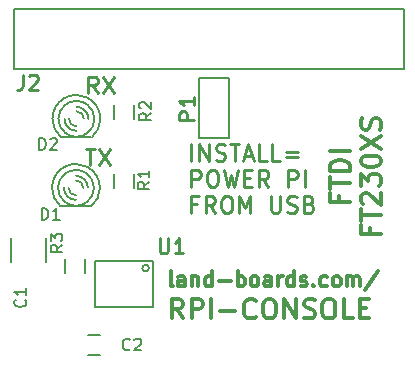
<source format=gto>
G04 #@! TF.FileFunction,Legend,Top*
%FSLAX46Y46*%
G04 Gerber Fmt 4.6, Leading zero omitted, Abs format (unit mm)*
G04 Created by KiCad (PCBNEW (after 2015-mar-04 BZR unknown)-product) date 10/20/2015 4:53:56 PM*
%MOMM*%
G01*
G04 APERTURE LIST*
%ADD10C,0.150000*%
%ADD11C,0.254000*%
%ADD12C,0.300000*%
%ADD13C,0.127000*%
%ADD14C,0.203200*%
%ADD15C,0.152400*%
G04 APERTURE END LIST*
D10*
D11*
X144663048Y-85424976D02*
X145461333Y-85424976D01*
X145062190Y-86821976D02*
X145062190Y-85424976D01*
X145793952Y-85424976D02*
X146725286Y-86821976D01*
X146725286Y-85424976D02*
X145793952Y-86821976D01*
X145680905Y-80721976D02*
X145215238Y-80056738D01*
X144882619Y-80721976D02*
X144882619Y-79324976D01*
X145414810Y-79324976D01*
X145547857Y-79391500D01*
X145614381Y-79458024D01*
X145680905Y-79591071D01*
X145680905Y-79790643D01*
X145614381Y-79923690D01*
X145547857Y-79990214D01*
X145414810Y-80056738D01*
X144882619Y-80056738D01*
X146146571Y-79324976D02*
X147077905Y-80721976D01*
X147077905Y-79324976D02*
X146146571Y-80721976D01*
D12*
X166152871Y-89432190D02*
X166152871Y-89982524D01*
X167017681Y-89982524D02*
X165366681Y-89982524D01*
X165366681Y-89196333D01*
X165366681Y-88803238D02*
X165366681Y-87859809D01*
X167017681Y-88331524D02*
X165366681Y-88331524D01*
X167017681Y-87309476D02*
X165366681Y-87309476D01*
X165366681Y-86916381D01*
X165445300Y-86680523D01*
X165602538Y-86523285D01*
X165759776Y-86444666D01*
X166074252Y-86366047D01*
X166310110Y-86366047D01*
X166624586Y-86444666D01*
X166781824Y-86523285D01*
X166939062Y-86680523D01*
X167017681Y-86916381D01*
X167017681Y-87309476D01*
X167017681Y-85658476D02*
X165366681Y-85658476D01*
X168764271Y-92144547D02*
X168764271Y-92694881D01*
X169629081Y-92694881D02*
X167978081Y-92694881D01*
X167978081Y-91908690D01*
X167978081Y-91515595D02*
X167978081Y-90572166D01*
X169629081Y-91043881D02*
X167978081Y-91043881D01*
X168135319Y-90100452D02*
X168056700Y-90021833D01*
X167978081Y-89864595D01*
X167978081Y-89471499D01*
X168056700Y-89314261D01*
X168135319Y-89235642D01*
X168292557Y-89157023D01*
X168449795Y-89157023D01*
X168685652Y-89235642D01*
X169629081Y-90179071D01*
X169629081Y-89157023D01*
X167978081Y-88606690D02*
X167978081Y-87584642D01*
X168607033Y-88134976D01*
X168607033Y-87899118D01*
X168685652Y-87741880D01*
X168764271Y-87663261D01*
X168921510Y-87584642D01*
X169314605Y-87584642D01*
X169471843Y-87663261D01*
X169550462Y-87741880D01*
X169629081Y-87899118D01*
X169629081Y-88370833D01*
X169550462Y-88528071D01*
X169471843Y-88606690D01*
X167978081Y-86562595D02*
X167978081Y-86405356D01*
X168056700Y-86248118D01*
X168135319Y-86169499D01*
X168292557Y-86090880D01*
X168607033Y-86012261D01*
X169000129Y-86012261D01*
X169314605Y-86090880D01*
X169471843Y-86169499D01*
X169550462Y-86248118D01*
X169629081Y-86405356D01*
X169629081Y-86562595D01*
X169550462Y-86719833D01*
X169471843Y-86798452D01*
X169314605Y-86877071D01*
X169000129Y-86955690D01*
X168607033Y-86955690D01*
X168292557Y-86877071D01*
X168135319Y-86798452D01*
X168056700Y-86719833D01*
X167978081Y-86562595D01*
X167978081Y-85461928D02*
X169629081Y-84361261D01*
X167978081Y-84361261D02*
X169629081Y-85461928D01*
X169550462Y-83810928D02*
X169629081Y-83575071D01*
X169629081Y-83181975D01*
X169550462Y-83024737D01*
X169471843Y-82946118D01*
X169314605Y-82867499D01*
X169157367Y-82867499D01*
X169000129Y-82946118D01*
X168921510Y-83024737D01*
X168842890Y-83181975D01*
X168764271Y-83496452D01*
X168685652Y-83653690D01*
X168607033Y-83732309D01*
X168449795Y-83810928D01*
X168292557Y-83810928D01*
X168135319Y-83732309D01*
X168056700Y-83653690D01*
X167978081Y-83496452D01*
X167978081Y-83103356D01*
X168056700Y-82867499D01*
D11*
X153621619Y-86433176D02*
X153621619Y-85036176D01*
X154286857Y-86433176D02*
X154286857Y-85036176D01*
X155085143Y-86433176D01*
X155085143Y-85036176D01*
X155683857Y-86366652D02*
X155883429Y-86433176D01*
X156216048Y-86433176D01*
X156349095Y-86366652D01*
X156415619Y-86300129D01*
X156482143Y-86167081D01*
X156482143Y-86034033D01*
X156415619Y-85900986D01*
X156349095Y-85834462D01*
X156216048Y-85767938D01*
X155949952Y-85701414D01*
X155816905Y-85634890D01*
X155750381Y-85568367D01*
X155683857Y-85435319D01*
X155683857Y-85302271D01*
X155750381Y-85169224D01*
X155816905Y-85102700D01*
X155949952Y-85036176D01*
X156282572Y-85036176D01*
X156482143Y-85102700D01*
X156881286Y-85036176D02*
X157679571Y-85036176D01*
X157280428Y-86433176D02*
X157280428Y-85036176D01*
X158078714Y-86034033D02*
X158743952Y-86034033D01*
X157945667Y-86433176D02*
X158411333Y-85036176D01*
X158877000Y-86433176D01*
X160007905Y-86433176D02*
X159342667Y-86433176D01*
X159342667Y-85036176D01*
X161138810Y-86433176D02*
X160473572Y-86433176D01*
X160473572Y-85036176D01*
X161604477Y-85701414D02*
X162668858Y-85701414D01*
X162668858Y-86100557D02*
X161604477Y-86100557D01*
X153621619Y-88642976D02*
X153621619Y-87245976D01*
X154153810Y-87245976D01*
X154286857Y-87312500D01*
X154353381Y-87379024D01*
X154419905Y-87512071D01*
X154419905Y-87711643D01*
X154353381Y-87844690D01*
X154286857Y-87911214D01*
X154153810Y-87977738D01*
X153621619Y-87977738D01*
X155284714Y-87245976D02*
X155550810Y-87245976D01*
X155683857Y-87312500D01*
X155816905Y-87445548D01*
X155883429Y-87711643D01*
X155883429Y-88177310D01*
X155816905Y-88443405D01*
X155683857Y-88576452D01*
X155550810Y-88642976D01*
X155284714Y-88642976D01*
X155151667Y-88576452D01*
X155018619Y-88443405D01*
X154952095Y-88177310D01*
X154952095Y-87711643D01*
X155018619Y-87445548D01*
X155151667Y-87312500D01*
X155284714Y-87245976D01*
X156349095Y-87245976D02*
X156681714Y-88642976D01*
X156947810Y-87645119D01*
X157213905Y-88642976D01*
X157546524Y-87245976D01*
X158078714Y-87911214D02*
X158544381Y-87911214D01*
X158743952Y-88642976D02*
X158078714Y-88642976D01*
X158078714Y-87245976D01*
X158743952Y-87245976D01*
X160140952Y-88642976D02*
X159675285Y-87977738D01*
X159342666Y-88642976D02*
X159342666Y-87245976D01*
X159874857Y-87245976D01*
X160007904Y-87312500D01*
X160074428Y-87379024D01*
X160140952Y-87512071D01*
X160140952Y-87711643D01*
X160074428Y-87844690D01*
X160007904Y-87911214D01*
X159874857Y-87977738D01*
X159342666Y-87977738D01*
X161804047Y-88642976D02*
X161804047Y-87245976D01*
X162336238Y-87245976D01*
X162469285Y-87312500D01*
X162535809Y-87379024D01*
X162602333Y-87512071D01*
X162602333Y-87711643D01*
X162535809Y-87844690D01*
X162469285Y-87911214D01*
X162336238Y-87977738D01*
X161804047Y-87977738D01*
X163201047Y-88642976D02*
X163201047Y-87245976D01*
X154087286Y-90121014D02*
X153621619Y-90121014D01*
X153621619Y-90852776D02*
X153621619Y-89455776D01*
X154286857Y-89455776D01*
X155617334Y-90852776D02*
X155151667Y-90187538D01*
X154819048Y-90852776D02*
X154819048Y-89455776D01*
X155351239Y-89455776D01*
X155484286Y-89522300D01*
X155550810Y-89588824D01*
X155617334Y-89721871D01*
X155617334Y-89921443D01*
X155550810Y-90054490D01*
X155484286Y-90121014D01*
X155351239Y-90187538D01*
X154819048Y-90187538D01*
X156482143Y-89455776D02*
X156748239Y-89455776D01*
X156881286Y-89522300D01*
X157014334Y-89655348D01*
X157080858Y-89921443D01*
X157080858Y-90387110D01*
X157014334Y-90653205D01*
X156881286Y-90786252D01*
X156748239Y-90852776D01*
X156482143Y-90852776D01*
X156349096Y-90786252D01*
X156216048Y-90653205D01*
X156149524Y-90387110D01*
X156149524Y-89921443D01*
X156216048Y-89655348D01*
X156349096Y-89522300D01*
X156482143Y-89455776D01*
X157679572Y-90852776D02*
X157679572Y-89455776D01*
X158145239Y-90453633D01*
X158610905Y-89455776D01*
X158610905Y-90852776D01*
X160340524Y-89455776D02*
X160340524Y-90586681D01*
X160407048Y-90719729D01*
X160473572Y-90786252D01*
X160606619Y-90852776D01*
X160872715Y-90852776D01*
X161005762Y-90786252D01*
X161072286Y-90719729D01*
X161138810Y-90586681D01*
X161138810Y-89455776D01*
X161737524Y-90786252D02*
X161937096Y-90852776D01*
X162269715Y-90852776D01*
X162402762Y-90786252D01*
X162469286Y-90719729D01*
X162535810Y-90586681D01*
X162535810Y-90453633D01*
X162469286Y-90320586D01*
X162402762Y-90254062D01*
X162269715Y-90187538D01*
X162003619Y-90121014D01*
X161870572Y-90054490D01*
X161804048Y-89987967D01*
X161737524Y-89854919D01*
X161737524Y-89721871D01*
X161804048Y-89588824D01*
X161870572Y-89522300D01*
X162003619Y-89455776D01*
X162336239Y-89455776D01*
X162535810Y-89522300D01*
X163600191Y-90121014D02*
X163799762Y-90187538D01*
X163866286Y-90254062D01*
X163932810Y-90387110D01*
X163932810Y-90586681D01*
X163866286Y-90719729D01*
X163799762Y-90786252D01*
X163666715Y-90852776D01*
X163134524Y-90852776D01*
X163134524Y-89455776D01*
X163600191Y-89455776D01*
X163733238Y-89522300D01*
X163799762Y-89588824D01*
X163866286Y-89721871D01*
X163866286Y-89854919D01*
X163799762Y-89987967D01*
X163733238Y-90054490D01*
X163600191Y-90121014D01*
X163134524Y-90121014D01*
D12*
X152031095Y-97094524D02*
X151910142Y-97034048D01*
X151849666Y-96913095D01*
X151849666Y-95824524D01*
X153059190Y-97094524D02*
X153059190Y-96429286D01*
X152998713Y-96308333D01*
X152877761Y-96247857D01*
X152635856Y-96247857D01*
X152514904Y-96308333D01*
X153059190Y-97034048D02*
X152938237Y-97094524D01*
X152635856Y-97094524D01*
X152514904Y-97034048D01*
X152454428Y-96913095D01*
X152454428Y-96792143D01*
X152514904Y-96671190D01*
X152635856Y-96610714D01*
X152938237Y-96610714D01*
X153059190Y-96550238D01*
X153663952Y-96247857D02*
X153663952Y-97094524D01*
X153663952Y-96368810D02*
X153724428Y-96308333D01*
X153845381Y-96247857D01*
X154026809Y-96247857D01*
X154147761Y-96308333D01*
X154208238Y-96429286D01*
X154208238Y-97094524D01*
X155357286Y-97094524D02*
X155357286Y-95824524D01*
X155357286Y-97034048D02*
X155236333Y-97094524D01*
X154994429Y-97094524D01*
X154873476Y-97034048D01*
X154813000Y-96973571D01*
X154752524Y-96852619D01*
X154752524Y-96489762D01*
X154813000Y-96368810D01*
X154873476Y-96308333D01*
X154994429Y-96247857D01*
X155236333Y-96247857D01*
X155357286Y-96308333D01*
X155962048Y-96610714D02*
X156929667Y-96610714D01*
X157534429Y-97094524D02*
X157534429Y-95824524D01*
X157534429Y-96308333D02*
X157655381Y-96247857D01*
X157897286Y-96247857D01*
X158018238Y-96308333D01*
X158078715Y-96368810D01*
X158139191Y-96489762D01*
X158139191Y-96852619D01*
X158078715Y-96973571D01*
X158018238Y-97034048D01*
X157897286Y-97094524D01*
X157655381Y-97094524D01*
X157534429Y-97034048D01*
X158864906Y-97094524D02*
X158743953Y-97034048D01*
X158683477Y-96973571D01*
X158623001Y-96852619D01*
X158623001Y-96489762D01*
X158683477Y-96368810D01*
X158743953Y-96308333D01*
X158864906Y-96247857D01*
X159046334Y-96247857D01*
X159167286Y-96308333D01*
X159227763Y-96368810D01*
X159288239Y-96489762D01*
X159288239Y-96852619D01*
X159227763Y-96973571D01*
X159167286Y-97034048D01*
X159046334Y-97094524D01*
X158864906Y-97094524D01*
X160376811Y-97094524D02*
X160376811Y-96429286D01*
X160316334Y-96308333D01*
X160195382Y-96247857D01*
X159953477Y-96247857D01*
X159832525Y-96308333D01*
X160376811Y-97034048D02*
X160255858Y-97094524D01*
X159953477Y-97094524D01*
X159832525Y-97034048D01*
X159772049Y-96913095D01*
X159772049Y-96792143D01*
X159832525Y-96671190D01*
X159953477Y-96610714D01*
X160255858Y-96610714D01*
X160376811Y-96550238D01*
X160981573Y-97094524D02*
X160981573Y-96247857D01*
X160981573Y-96489762D02*
X161042049Y-96368810D01*
X161102525Y-96308333D01*
X161223478Y-96247857D01*
X161344430Y-96247857D01*
X162312049Y-97094524D02*
X162312049Y-95824524D01*
X162312049Y-97034048D02*
X162191096Y-97094524D01*
X161949192Y-97094524D01*
X161828239Y-97034048D01*
X161767763Y-96973571D01*
X161707287Y-96852619D01*
X161707287Y-96489762D01*
X161767763Y-96368810D01*
X161828239Y-96308333D01*
X161949192Y-96247857D01*
X162191096Y-96247857D01*
X162312049Y-96308333D01*
X162856335Y-97034048D02*
X162977287Y-97094524D01*
X163219192Y-97094524D01*
X163340144Y-97034048D01*
X163400620Y-96913095D01*
X163400620Y-96852619D01*
X163340144Y-96731667D01*
X163219192Y-96671190D01*
X163037763Y-96671190D01*
X162916811Y-96610714D01*
X162856335Y-96489762D01*
X162856335Y-96429286D01*
X162916811Y-96308333D01*
X163037763Y-96247857D01*
X163219192Y-96247857D01*
X163340144Y-96308333D01*
X163944906Y-96973571D02*
X164005382Y-97034048D01*
X163944906Y-97094524D01*
X163884430Y-97034048D01*
X163944906Y-96973571D01*
X163944906Y-97094524D01*
X165093954Y-97034048D02*
X164973001Y-97094524D01*
X164731097Y-97094524D01*
X164610144Y-97034048D01*
X164549668Y-96973571D01*
X164489192Y-96852619D01*
X164489192Y-96489762D01*
X164549668Y-96368810D01*
X164610144Y-96308333D01*
X164731097Y-96247857D01*
X164973001Y-96247857D01*
X165093954Y-96308333D01*
X165819668Y-97094524D02*
X165698715Y-97034048D01*
X165638239Y-96973571D01*
X165577763Y-96852619D01*
X165577763Y-96489762D01*
X165638239Y-96368810D01*
X165698715Y-96308333D01*
X165819668Y-96247857D01*
X166001096Y-96247857D01*
X166122048Y-96308333D01*
X166182525Y-96368810D01*
X166243001Y-96489762D01*
X166243001Y-96852619D01*
X166182525Y-96973571D01*
X166122048Y-97034048D01*
X166001096Y-97094524D01*
X165819668Y-97094524D01*
X166787287Y-97094524D02*
X166787287Y-96247857D01*
X166787287Y-96368810D02*
X166847763Y-96308333D01*
X166968716Y-96247857D01*
X167150144Y-96247857D01*
X167271096Y-96308333D01*
X167331573Y-96429286D01*
X167331573Y-97094524D01*
X167331573Y-96429286D02*
X167392049Y-96308333D01*
X167513001Y-96247857D01*
X167694430Y-96247857D01*
X167815382Y-96308333D01*
X167875858Y-96429286D01*
X167875858Y-97094524D01*
X169387763Y-95764048D02*
X168299191Y-97396905D01*
X152923120Y-99806881D02*
X152372786Y-99020690D01*
X151979691Y-99806881D02*
X151979691Y-98155881D01*
X152608644Y-98155881D01*
X152765882Y-98234500D01*
X152844501Y-98313119D01*
X152923120Y-98470357D01*
X152923120Y-98706214D01*
X152844501Y-98863452D01*
X152765882Y-98942071D01*
X152608644Y-99020690D01*
X151979691Y-99020690D01*
X153630691Y-99806881D02*
X153630691Y-98155881D01*
X154259644Y-98155881D01*
X154416882Y-98234500D01*
X154495501Y-98313119D01*
X154574120Y-98470357D01*
X154574120Y-98706214D01*
X154495501Y-98863452D01*
X154416882Y-98942071D01*
X154259644Y-99020690D01*
X153630691Y-99020690D01*
X155281691Y-99806881D02*
X155281691Y-98155881D01*
X156067881Y-99177929D02*
X157325786Y-99177929D01*
X159055405Y-99649643D02*
X158976786Y-99728262D01*
X158740929Y-99806881D01*
X158583691Y-99806881D01*
X158347833Y-99728262D01*
X158190595Y-99571024D01*
X158111976Y-99413786D01*
X158033357Y-99099310D01*
X158033357Y-98863452D01*
X158111976Y-98548976D01*
X158190595Y-98391738D01*
X158347833Y-98234500D01*
X158583691Y-98155881D01*
X158740929Y-98155881D01*
X158976786Y-98234500D01*
X159055405Y-98313119D01*
X160077452Y-98155881D02*
X160391929Y-98155881D01*
X160549167Y-98234500D01*
X160706405Y-98391738D01*
X160785024Y-98706214D01*
X160785024Y-99256548D01*
X160706405Y-99571024D01*
X160549167Y-99728262D01*
X160391929Y-99806881D01*
X160077452Y-99806881D01*
X159920214Y-99728262D01*
X159762976Y-99571024D01*
X159684357Y-99256548D01*
X159684357Y-98706214D01*
X159762976Y-98391738D01*
X159920214Y-98234500D01*
X160077452Y-98155881D01*
X161492595Y-99806881D02*
X161492595Y-98155881D01*
X162436024Y-99806881D01*
X162436024Y-98155881D01*
X163143595Y-99728262D02*
X163379452Y-99806881D01*
X163772548Y-99806881D01*
X163929786Y-99728262D01*
X164008405Y-99649643D01*
X164087024Y-99492405D01*
X164087024Y-99335167D01*
X164008405Y-99177929D01*
X163929786Y-99099310D01*
X163772548Y-99020690D01*
X163458071Y-98942071D01*
X163300833Y-98863452D01*
X163222214Y-98784833D01*
X163143595Y-98627595D01*
X163143595Y-98470357D01*
X163222214Y-98313119D01*
X163300833Y-98234500D01*
X163458071Y-98155881D01*
X163851167Y-98155881D01*
X164087024Y-98234500D01*
X165109071Y-98155881D02*
X165423548Y-98155881D01*
X165580786Y-98234500D01*
X165738024Y-98391738D01*
X165816643Y-98706214D01*
X165816643Y-99256548D01*
X165738024Y-99571024D01*
X165580786Y-99728262D01*
X165423548Y-99806881D01*
X165109071Y-99806881D01*
X164951833Y-99728262D01*
X164794595Y-99571024D01*
X164715976Y-99256548D01*
X164715976Y-98706214D01*
X164794595Y-98391738D01*
X164951833Y-98234500D01*
X165109071Y-98155881D01*
X167310405Y-99806881D02*
X166524214Y-99806881D01*
X166524214Y-98155881D01*
X167860738Y-98942071D02*
X168411072Y-98942071D01*
X168646929Y-99806881D02*
X167860738Y-99806881D01*
X167860738Y-98155881D01*
X168646929Y-98155881D01*
D10*
X138325000Y-93000000D02*
X138325000Y-95000000D01*
X141275000Y-95000000D02*
X141275000Y-93000000D01*
D13*
X150382500Y-94907500D02*
X145429500Y-94907500D01*
X145429500Y-94907500D02*
X145429500Y-98844500D01*
X145429500Y-98844500D02*
X150382500Y-98844500D01*
X150382500Y-98844500D02*
X150382500Y-94907500D01*
X150031481Y-95542500D02*
G75*
G03X150031481Y-95542500I-283981J0D01*
G01*
D14*
X138635000Y-78715000D02*
X171655000Y-78715000D01*
X171655000Y-73635000D02*
X138635000Y-73635000D01*
X138635000Y-73635000D02*
X138635000Y-78715000D01*
X171655000Y-78715000D02*
X171655000Y-73635000D01*
D15*
X154256000Y-79477000D02*
X156796000Y-79477000D01*
X156796000Y-79477000D02*
X156796000Y-84557000D01*
X156796000Y-84557000D02*
X154256000Y-84557000D01*
X154256000Y-84557000D02*
X154256000Y-79477000D01*
D10*
X142572000Y-90322800D02*
X145112000Y-90322800D01*
X144817527Y-87577136D02*
G75*
G03X143842000Y-87224000I-975527J-1170864D01*
G01*
X143841531Y-87225889D02*
G75*
G03X142831080Y-87610080I469J-1522111D01*
G01*
X143842034Y-90270147D02*
G75*
G03X144832600Y-89903700I-34J1522147D01*
G01*
X142866473Y-89918864D02*
G75*
G03X143842000Y-90272000I975527J1170864D01*
G01*
X144729155Y-89987166D02*
G75*
G03X145366000Y-88748000I-887155J1239166D01*
G01*
X145366000Y-88747199D02*
G75*
G03X144756400Y-87528800I-1524000J-801D01*
G01*
X142319794Y-88748442D02*
G75*
G03X142907280Y-89949420I1522206J442D01*
G01*
X142905829Y-87545436D02*
G75*
G03X142318000Y-88748000I936171J-1202564D01*
G01*
X144477000Y-88748000D02*
G75*
G03X143842000Y-88113000I-635000J0D01*
G01*
X144858000Y-88748000D02*
G75*
G03X143842000Y-87732000I-1016000J0D01*
G01*
X143207000Y-88748000D02*
G75*
G03X143842000Y-89383000I635000J0D01*
G01*
X142826000Y-88748000D02*
G75*
G03X143842000Y-89764000I1016000J0D01*
G01*
X145145426Y-90306880D02*
G75*
G03X145874000Y-88748000I-1303426J1558880D01*
G01*
X145871460Y-88747025D02*
G75*
G03X144797040Y-86957300I-2029460J-975D01*
G01*
X141812614Y-88750552D02*
G75*
G03X142531360Y-90297400I2029386J2552D01*
G01*
X142832149Y-86984701D02*
G75*
G03X141810000Y-88748000I1009851J-1763299D01*
G01*
X144805347Y-86958870D02*
G75*
G03X143842000Y-86716000I-963347J-1789130D01*
G01*
X143841900Y-86717077D02*
G75*
G03X142777740Y-87018260I100J-2030923D01*
G01*
X142610000Y-84478800D02*
X145150000Y-84478800D01*
X144855527Y-81733136D02*
G75*
G03X143880000Y-81380000I-975527J-1170864D01*
G01*
X143879531Y-81381889D02*
G75*
G03X142869080Y-81766080I469J-1522111D01*
G01*
X143880034Y-84426147D02*
G75*
G03X144870600Y-84059700I-34J1522147D01*
G01*
X142904473Y-84074864D02*
G75*
G03X143880000Y-84428000I975527J1170864D01*
G01*
X144767155Y-84143166D02*
G75*
G03X145404000Y-82904000I-887155J1239166D01*
G01*
X145404000Y-82903199D02*
G75*
G03X144794400Y-81684800I-1524000J-801D01*
G01*
X142357794Y-82904442D02*
G75*
G03X142945280Y-84105420I1522206J442D01*
G01*
X142943829Y-81701436D02*
G75*
G03X142356000Y-82904000I936171J-1202564D01*
G01*
X144515000Y-82904000D02*
G75*
G03X143880000Y-82269000I-635000J0D01*
G01*
X144896000Y-82904000D02*
G75*
G03X143880000Y-81888000I-1016000J0D01*
G01*
X143245000Y-82904000D02*
G75*
G03X143880000Y-83539000I635000J0D01*
G01*
X142864000Y-82904000D02*
G75*
G03X143880000Y-83920000I1016000J0D01*
G01*
X145183426Y-84462880D02*
G75*
G03X145912000Y-82904000I-1303426J1558880D01*
G01*
X145909460Y-82903025D02*
G75*
G03X144835040Y-81113300I-2029460J-975D01*
G01*
X141850614Y-82906552D02*
G75*
G03X142569360Y-84453400I2029386J2552D01*
G01*
X142870149Y-81140701D02*
G75*
G03X141848000Y-82904000I1009851J-1763299D01*
G01*
X144843347Y-81114870D02*
G75*
G03X143880000Y-80872000I-963347J-1789130D01*
G01*
X143879900Y-80873077D02*
G75*
G03X142815740Y-81174260I100J-2030923D01*
G01*
X144635000Y-94740000D02*
X144635000Y-95940000D01*
X142885000Y-95940000D02*
X142885000Y-94740000D01*
X144866000Y-102933000D02*
X145866000Y-102933000D01*
X145866000Y-101233000D02*
X144866000Y-101233000D01*
X148781000Y-87576500D02*
X148781000Y-88776500D01*
X147031000Y-88776500D02*
X147031000Y-87576500D01*
X148781000Y-81734500D02*
X148781000Y-82934500D01*
X147031000Y-82934500D02*
X147031000Y-81734500D01*
X139537143Y-98216666D02*
X139584762Y-98264285D01*
X139632381Y-98407142D01*
X139632381Y-98502380D01*
X139584762Y-98645238D01*
X139489524Y-98740476D01*
X139394286Y-98788095D01*
X139203810Y-98835714D01*
X139060952Y-98835714D01*
X138870476Y-98788095D01*
X138775238Y-98740476D01*
X138680000Y-98645238D01*
X138632381Y-98502380D01*
X138632381Y-98407142D01*
X138680000Y-98264285D01*
X138727619Y-98216666D01*
X139632381Y-97264285D02*
X139632381Y-97835714D01*
X139632381Y-97550000D02*
X138632381Y-97550000D01*
X138775238Y-97645238D01*
X138870476Y-97740476D01*
X138918095Y-97835714D01*
D11*
X150924381Y-93030524D02*
X150924381Y-94058619D01*
X150984857Y-94179571D01*
X151045333Y-94240048D01*
X151166286Y-94300524D01*
X151408190Y-94300524D01*
X151529143Y-94240048D01*
X151589619Y-94179571D01*
X151650095Y-94058619D01*
X151650095Y-93030524D01*
X152920095Y-94300524D02*
X152194381Y-94300524D01*
X152557238Y-94300524D02*
X152557238Y-93030524D01*
X152436286Y-93211952D01*
X152315333Y-93332905D01*
X152194381Y-93393381D01*
X139354667Y-79162524D02*
X139354667Y-80069667D01*
X139294191Y-80251095D01*
X139173239Y-80372048D01*
X138991810Y-80432524D01*
X138870858Y-80432524D01*
X139898953Y-79283476D02*
X139959429Y-79223000D01*
X140080381Y-79162524D01*
X140382762Y-79162524D01*
X140503715Y-79223000D01*
X140564191Y-79283476D01*
X140624667Y-79404429D01*
X140624667Y-79525381D01*
X140564191Y-79706810D01*
X139838477Y-80432524D01*
X140624667Y-80432524D01*
X153863524Y-82979381D02*
X152593524Y-82979381D01*
X152593524Y-82495572D01*
X152654000Y-82374619D01*
X152714476Y-82314143D01*
X152835429Y-82253667D01*
X153016857Y-82253667D01*
X153137810Y-82314143D01*
X153198286Y-82374619D01*
X153258762Y-82495572D01*
X153258762Y-82979381D01*
X153863524Y-81044143D02*
X153863524Y-81769857D01*
X153863524Y-81407000D02*
X152593524Y-81407000D01*
X152774952Y-81527952D01*
X152895905Y-81648905D01*
X152956381Y-81769857D01*
D10*
X140930405Y-91447881D02*
X140930405Y-90447881D01*
X141168500Y-90447881D01*
X141311358Y-90495500D01*
X141406596Y-90590738D01*
X141454215Y-90685976D01*
X141501834Y-90876452D01*
X141501834Y-91019310D01*
X141454215Y-91209786D01*
X141406596Y-91305024D01*
X141311358Y-91400262D01*
X141168500Y-91447881D01*
X140930405Y-91447881D01*
X142454215Y-91447881D02*
X141882786Y-91447881D01*
X142168500Y-91447881D02*
X142168500Y-90447881D01*
X142073262Y-90590738D01*
X141978024Y-90685976D01*
X141882786Y-90733595D01*
X140714405Y-85540381D02*
X140714405Y-84540381D01*
X140952500Y-84540381D01*
X141095358Y-84588000D01*
X141190596Y-84683238D01*
X141238215Y-84778476D01*
X141285834Y-84968952D01*
X141285834Y-85111810D01*
X141238215Y-85302286D01*
X141190596Y-85397524D01*
X141095358Y-85492762D01*
X140952500Y-85540381D01*
X140714405Y-85540381D01*
X141666786Y-84635619D02*
X141714405Y-84588000D01*
X141809643Y-84540381D01*
X142047739Y-84540381D01*
X142142977Y-84588000D01*
X142190596Y-84635619D01*
X142238215Y-84730857D01*
X142238215Y-84826095D01*
X142190596Y-84968952D01*
X141619167Y-85540381D01*
X142238215Y-85540381D01*
X142702381Y-93576666D02*
X142226190Y-93910000D01*
X142702381Y-94148095D02*
X141702381Y-94148095D01*
X141702381Y-93767142D01*
X141750000Y-93671904D01*
X141797619Y-93624285D01*
X141892857Y-93576666D01*
X142035714Y-93576666D01*
X142130952Y-93624285D01*
X142178571Y-93671904D01*
X142226190Y-93767142D01*
X142226190Y-94148095D01*
X141702381Y-93243333D02*
X141702381Y-92624285D01*
X142083333Y-92957619D01*
X142083333Y-92814761D01*
X142130952Y-92719523D01*
X142178571Y-92671904D01*
X142273810Y-92624285D01*
X142511905Y-92624285D01*
X142607143Y-92671904D01*
X142654762Y-92719523D01*
X142702381Y-92814761D01*
X142702381Y-93100476D01*
X142654762Y-93195714D01*
X142607143Y-93243333D01*
X148403334Y-102417143D02*
X148355715Y-102464762D01*
X148212858Y-102512381D01*
X148117620Y-102512381D01*
X147974762Y-102464762D01*
X147879524Y-102369524D01*
X147831905Y-102274286D01*
X147784286Y-102083810D01*
X147784286Y-101940952D01*
X147831905Y-101750476D01*
X147879524Y-101655238D01*
X147974762Y-101560000D01*
X148117620Y-101512381D01*
X148212858Y-101512381D01*
X148355715Y-101560000D01*
X148403334Y-101607619D01*
X148784286Y-101607619D02*
X148831905Y-101560000D01*
X148927143Y-101512381D01*
X149165239Y-101512381D01*
X149260477Y-101560000D01*
X149308096Y-101607619D01*
X149355715Y-101702857D01*
X149355715Y-101798095D01*
X149308096Y-101940952D01*
X148736667Y-102512381D01*
X149355715Y-102512381D01*
X150062381Y-88236666D02*
X149586190Y-88570000D01*
X150062381Y-88808095D02*
X149062381Y-88808095D01*
X149062381Y-88427142D01*
X149110000Y-88331904D01*
X149157619Y-88284285D01*
X149252857Y-88236666D01*
X149395714Y-88236666D01*
X149490952Y-88284285D01*
X149538571Y-88331904D01*
X149586190Y-88427142D01*
X149586190Y-88808095D01*
X150062381Y-87284285D02*
X150062381Y-87855714D01*
X150062381Y-87570000D02*
X149062381Y-87570000D01*
X149205238Y-87665238D01*
X149300476Y-87760476D01*
X149348095Y-87855714D01*
X150212381Y-82406666D02*
X149736190Y-82740000D01*
X150212381Y-82978095D02*
X149212381Y-82978095D01*
X149212381Y-82597142D01*
X149260000Y-82501904D01*
X149307619Y-82454285D01*
X149402857Y-82406666D01*
X149545714Y-82406666D01*
X149640952Y-82454285D01*
X149688571Y-82501904D01*
X149736190Y-82597142D01*
X149736190Y-82978095D01*
X149307619Y-82025714D02*
X149260000Y-81978095D01*
X149212381Y-81882857D01*
X149212381Y-81644761D01*
X149260000Y-81549523D01*
X149307619Y-81501904D01*
X149402857Y-81454285D01*
X149498095Y-81454285D01*
X149640952Y-81501904D01*
X150212381Y-82073333D01*
X150212381Y-81454285D01*
M02*

</source>
